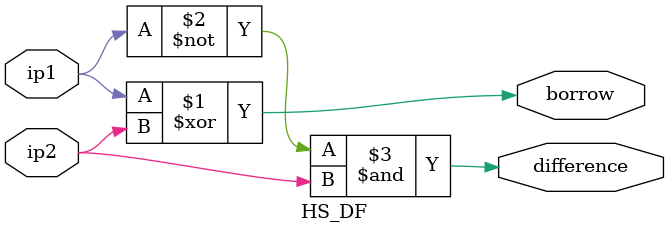
<source format=v>
`timescale 1ns / 1ps

module HS_DF(ip1,ip2,borrow,difference);

    input ip1,ip2;
    output borrow,difference;
    assign borrow = ip1 ^ ip2;
    assign difference = (~ip1) & ip2;

endmodule
</source>
